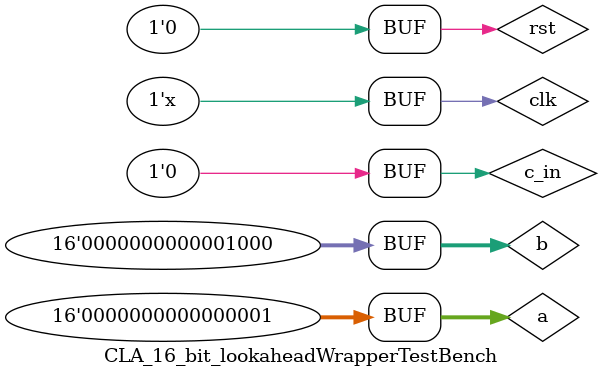
<source format=v>
`timescale 1ns / 1ps


module CLA_16_bit_lookaheadWrapperTestBench;

	// Inputs
	reg clk;
	reg rst;
	reg [15:0] a;
	reg [15:0] b;
	reg c_in;

	// Outputs
	wire [15:0] s;
	wire c_out;
	wire p;
	wire g;

	// Instantiate the Unit Under Test (UUT)
	CLA_16_bit_lookaheadWrapper uut (
		.clk(clk), 
		.rst(rst), 
		.a(a), 
		.b(b), 
		.c_in(c_in), 
		.s(s), 
		.c_out(c_out), 
		.p(p), 
		.g(g)
	);

	always #5 clk = ~clk;
	
	initial begin
		// Initialize Inputs
		clk = 0;
		rst = 1;
		
		#20
		rst = 0;
		a = 7;
		b = 8;
		c_in = 0;
		#10
		a = 5;
		b = 8;
		c_in = 0;
		#2
		a = 6;
		b = 8;
		c_in = 0;
		#20
		a = 1;
		b = 8;
		c_in = 0;
		// Wait 100 ns for global reset to finish
		#100;
        
		// Add stimulus here

	end
      
endmodule


</source>
